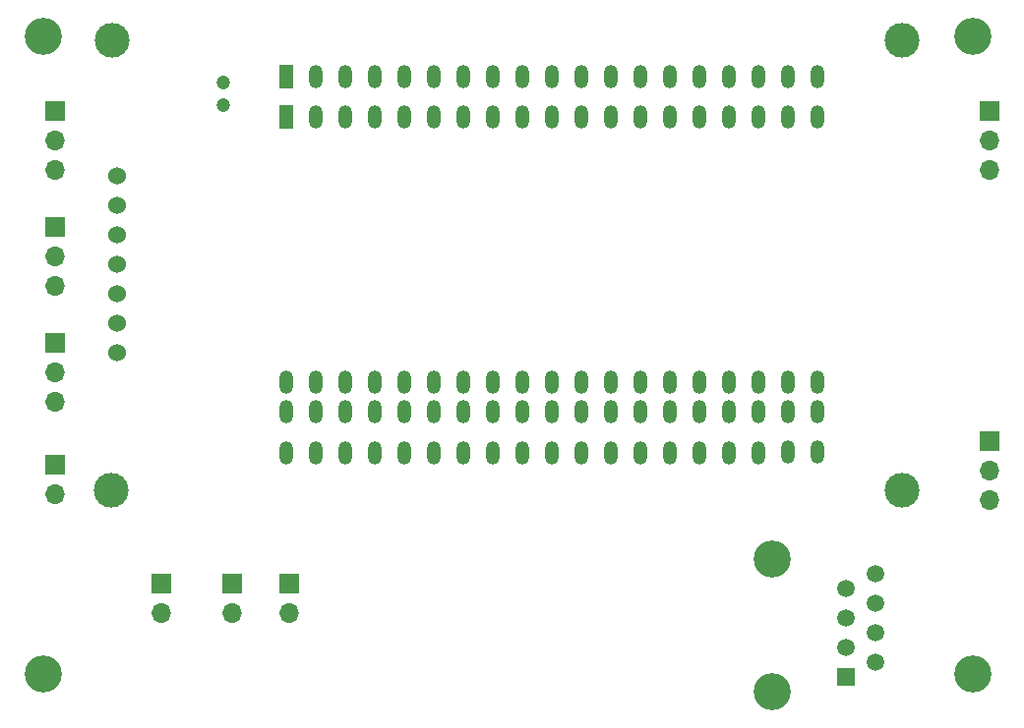
<source format=gbr>
%TF.GenerationSoftware,KiCad,Pcbnew,8.0.1*%
%TF.CreationDate,2024-07-22T19:23:20+02:00*%
%TF.ProjectId,Head Unit,48656164-2055-46e6-9974-2e6b69636164,rev?*%
%TF.SameCoordinates,Original*%
%TF.FileFunction,Soldermask,Bot*%
%TF.FilePolarity,Negative*%
%FSLAX46Y46*%
G04 Gerber Fmt 4.6, Leading zero omitted, Abs format (unit mm)*
G04 Created by KiCad (PCBNEW 8.0.1) date 2024-07-22 19:23:20*
%MOMM*%
%LPD*%
G01*
G04 APERTURE LIST*
%ADD10R,1.700000X1.700000*%
%ADD11O,1.700000X1.700000*%
%ADD12C,3.000000*%
%ADD13C,1.524000*%
%ADD14C,3.200000*%
%ADD15R,1.500000X1.500000*%
%ADD16C,1.500000*%
%ADD17C,1.200000*%
%ADD18R,1.200000X2.000000*%
%ADD19O,1.200000X2.000000*%
G04 APERTURE END LIST*
D10*
%TO.C,J10*%
X49316000Y-96180000D03*
D11*
X49316000Y-98720000D03*
%TD*%
D10*
%TO.C,J5*%
X34000000Y-75475000D03*
D11*
X34000000Y-78015000D03*
X34000000Y-80555000D03*
%TD*%
D10*
%TO.C,J4*%
X114500000Y-83960000D03*
D11*
X114500000Y-86500000D03*
X114500000Y-89040000D03*
%TD*%
D12*
%TO.C,J7*%
X38901920Y-88148900D03*
X38912080Y-49352940D03*
X106907880Y-49363100D03*
X106912960Y-88148900D03*
D13*
X39389600Y-61072500D03*
X39389600Y-63612500D03*
X39389600Y-66152500D03*
X39389600Y-68692500D03*
X39389600Y-71232500D03*
X39389600Y-73772500D03*
X39389600Y-76312500D03*
%TD*%
D10*
%TO.C,J8*%
X43200000Y-96200000D03*
D11*
X43200000Y-98740000D03*
%TD*%
D10*
%TO.C,J3*%
X34000000Y-55460000D03*
D11*
X34000000Y-58000000D03*
X34000000Y-60540000D03*
%TD*%
D10*
%TO.C,J1*%
X34000000Y-65475000D03*
D11*
X34000000Y-68015000D03*
X34000000Y-70555000D03*
%TD*%
D10*
%TO.C,J11*%
X54200000Y-96200000D03*
D11*
X54200000Y-98740000D03*
%TD*%
D14*
%TO.C,BR1*%
X113000000Y-104000000D03*
%TD*%
D10*
%TO.C,J2*%
X114500000Y-55460000D03*
D11*
X114500000Y-58000000D03*
X114500000Y-60540000D03*
%TD*%
D14*
%TO.C,TR1*%
X113000000Y-49000000D03*
%TD*%
D10*
%TO.C,J13*%
X34000000Y-85960000D03*
D11*
X34000000Y-88500000D03*
%TD*%
D14*
%TO.C,BL1*%
X33000000Y-104000000D03*
%TD*%
%TO.C,TL1*%
X33000000Y-49000000D03*
%TD*%
%TO.C,J6*%
X95750000Y-105552500D03*
X95750000Y-94122500D03*
D15*
X102100000Y-104282500D03*
D16*
X104640000Y-103012500D03*
X102100000Y-101742500D03*
X104640000Y-100472500D03*
X102100000Y-99202500D03*
X104640000Y-97932500D03*
X102100000Y-96662500D03*
X104640000Y-95392500D03*
%TD*%
D17*
%TO.C,C1*%
X48500000Y-53000000D03*
X48500000Y-55000000D03*
%TD*%
D18*
%TO.C,U1*%
X53980000Y-52500000D03*
X53980000Y-56000000D03*
D19*
X56520000Y-52500000D03*
X56520000Y-56000000D03*
X59060000Y-52500000D03*
X59060000Y-56000000D03*
X61600000Y-52500000D03*
X61600000Y-56000000D03*
X64140000Y-52500000D03*
X64140000Y-56000000D03*
X66680000Y-52500000D03*
X66680000Y-56000000D03*
X69220000Y-52500000D03*
X69220000Y-56000000D03*
X71760000Y-52500000D03*
X71760000Y-56000000D03*
X74300000Y-52500000D03*
X74300000Y-56000000D03*
X76840000Y-52500000D03*
X76840000Y-56000000D03*
X79380000Y-52500000D03*
X79380000Y-56000000D03*
X81920000Y-52500000D03*
X81920000Y-56000000D03*
X84460000Y-52500000D03*
X84460000Y-56000000D03*
X87000000Y-52500000D03*
X87000000Y-56000000D03*
X89540000Y-52500000D03*
X89540000Y-56000000D03*
X92080000Y-52500000D03*
X92080000Y-56000000D03*
X94620000Y-52500000D03*
X94620000Y-56000000D03*
X97160000Y-52500000D03*
X97160000Y-56000000D03*
X99700000Y-52500000D03*
X99700000Y-56000000D03*
X99697280Y-78856320D03*
X99697280Y-81396320D03*
X99697280Y-84896320D03*
X97157280Y-78856320D03*
X97157280Y-81396320D03*
X97157280Y-84896320D03*
X94620000Y-78860000D03*
X94620000Y-81400000D03*
X94620000Y-84900000D03*
X92080000Y-78860000D03*
X92080000Y-81400000D03*
X92080000Y-84900000D03*
X89540000Y-78860000D03*
X89540000Y-81400000D03*
X89540000Y-84900000D03*
X87000000Y-78860000D03*
X87000000Y-81400000D03*
X87000000Y-84900000D03*
X84460000Y-78860000D03*
X84460000Y-81400000D03*
X84460000Y-84900000D03*
X81920000Y-78860000D03*
X81920000Y-81400000D03*
X81920000Y-84900000D03*
X79380000Y-78860000D03*
X79380000Y-81400000D03*
X79380000Y-84900000D03*
X76840000Y-78860000D03*
X76840000Y-81400000D03*
X76840000Y-84900000D03*
X74300000Y-78860000D03*
X74300000Y-81400000D03*
X74300000Y-84900000D03*
X71760000Y-78860000D03*
X71760000Y-81400000D03*
X71760000Y-84900000D03*
X69220000Y-78860000D03*
X69220000Y-81400000D03*
X69220000Y-84900000D03*
X66680000Y-78860000D03*
X66680000Y-81400000D03*
X66680000Y-84900000D03*
X64140000Y-78860000D03*
X64140000Y-81400000D03*
X64140000Y-84900000D03*
X61600000Y-78860000D03*
X61600000Y-81400000D03*
X61600000Y-84900000D03*
X59060000Y-78860000D03*
X59060000Y-81400000D03*
X59060000Y-84900000D03*
X56520000Y-78860000D03*
X56520000Y-81400000D03*
X56520000Y-84900000D03*
X53980000Y-78860000D03*
X53980000Y-81400000D03*
X53980000Y-84900000D03*
%TD*%
M02*

</source>
